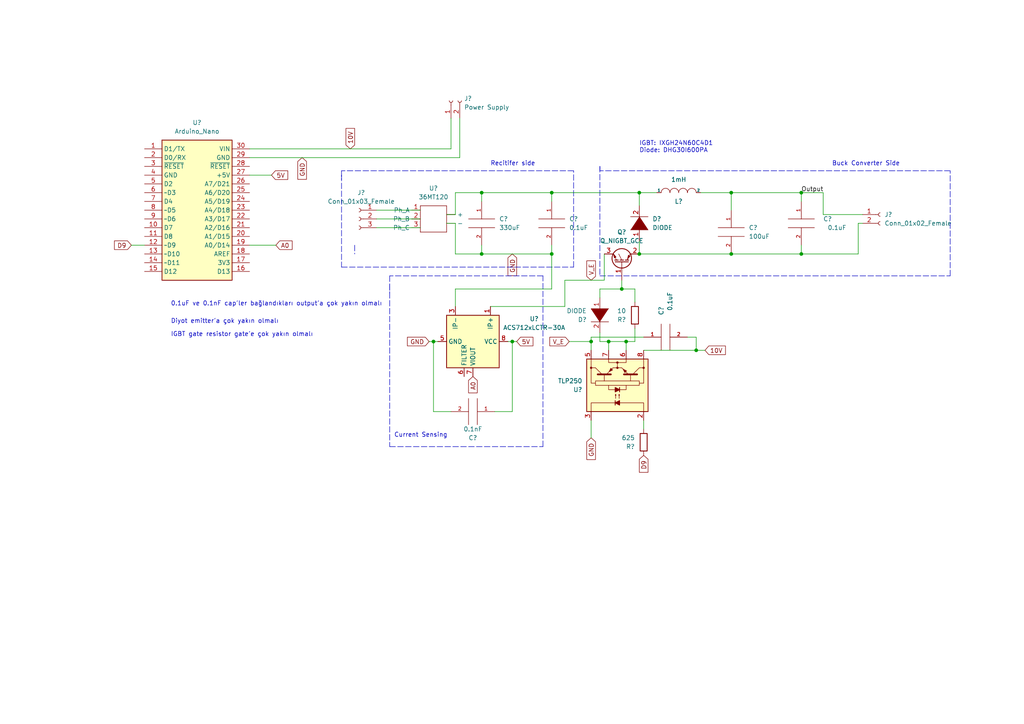
<source format=kicad_sch>
(kicad_sch (version 20211123) (generator eeschema)
  (paper "A4")
  (lib_symbols
    (symbol "Arduino:Arduino_Nano"
      (property "Reference" "U" (at -10.16 24.13 0))
      (property "Value" "Arduino_Nano" (at -10.16 22.86 0))
      (symbol "Arduino_Nano_0_1"
        (rectangle (start -10.16 20.32) (end 10.16 -20.32) (stroke (width 0.254)) (fill (type background)))
      )
      (symbol "Arduino_Nano_1_1"
        (pin bidirectional line (at -15.24 17.78 0) (length 5.08) (name "D1/TX") (number "1"))
        (pin bidirectional line (at -15.24 -5.08 0) (length 5.08) (name "D7") (number "10"))
        (pin bidirectional line (at -15.24 -7.62 0) (length 5.08) (name "D8") (number "11"))
        (pin bidirectional line (at -15.24 -10.16 0) (length 5.08) (name "~D9") (number "12"))
        (pin bidirectional line (at -15.24 -12.7 0) (length 5.08) (name "~D10") (number "13"))
        (pin bidirectional line (at -15.24 -15.24 0) (length 5.08) (name "~D11") (number "14"))
        (pin bidirectional line (at -15.24 -17.78 0) (length 5.08) (name "D12") (number "15"))
        (pin bidirectional line (at 15.24 -17.78 180) (length 5.08) (name "D13") (number "16"))
        (pin power_out line (at 15.24 -15.24 180) (length 5.08) (name "3V3") (number "17"))
        (pin input line (at 15.24 -12.7 180) (length 5.08) (name "AREF") (number "18"))
        (pin bidirectional line (at 15.24 -10.16 180) (length 5.08) (name "A0/D14") (number "19"))
        (pin bidirectional line (at -15.24 15.24 0) (length 5.08) (name "D0/RX") (number "2"))
        (pin bidirectional line (at 15.24 -7.62 180) (length 5.08) (name "A1/D15") (number "20"))
        (pin bidirectional line (at 15.24 -5.08 180) (length 5.08) (name "A2/D16") (number "21"))
        (pin bidirectional line (at 15.24 -2.54 180) (length 5.08) (name "A3/D17") (number "22"))
        (pin bidirectional line (at 15.24 0 180) (length 5.08) (name "A4/D18") (number "23"))
        (pin bidirectional line (at 15.24 2.54 180) (length 5.08) (name "A5/D19") (number "24"))
        (pin bidirectional line (at 15.24 5.08 180) (length 5.08) (name "A6/D20") (number "25"))
        (pin bidirectional line (at 15.24 7.62 180) (length 5.08) (name "A7/D21") (number "26"))
        (pin power_out line (at 15.24 10.16 180) (length 5.08) (name "+5V") (number "27"))
        (pin input line (at 15.24 12.7 180) (length 5.08) (name "~{RESET}") (number "28"))
        (pin power_in line (at 15.24 15.24 180) (length 5.08) (name "GND") (number "29"))
        (pin input line (at -15.24 12.7 0) (length 5.08) (name "~{RESET}") (number "3"))
        (pin power_in line (at 15.24 17.78 180) (length 5.08) (name "VIN") (number "30"))
        (pin power_in line (at -15.24 10.16 0) (length 5.08) (name "GND") (number "4"))
        (pin bidirectional line (at -15.24 7.62 0) (length 5.08) (name "D2") (number "5"))
        (pin bidirectional line (at -15.24 5.08 0) (length 5.08) (name "~D3") (number "6"))
        (pin bidirectional line (at -15.24 2.54 0) (length 5.08) (name "D4") (number "7"))
        (pin bidirectional line (at -15.24 0 0) (length 5.08) (name "~D5") (number "8"))
        (pin bidirectional line (at -15.24 -2.54 0) (length 5.08) (name "~D6") (number "9"))
      )
    )
    (symbol "Connector:Conn_01x02_Female" (pin_names (offset 1.016) hide)
      (property "Reference" "J" (at 0 2.54 0))
      (property "Value" "Conn_01x02_Female" (at 0 -5.08 0))
      (symbol "Conn_01x02_Female_1_1"
        (arc (start 0 -2.032) (mid -0.508 -2.54) (end 0 -3.048) (stroke (width 0.1524)))
        (polyline (pts (xy -1.27 -2.54) (xy -0.508 -2.54)) (stroke (width 0.1524)))
        (polyline (pts (xy -1.27 0) (xy -0.508 0)) (stroke (width 0.1524)))
        (arc (start 0 0.508) (mid -0.508 0) (end 0 -0.508) (stroke (width 0.1524)))
        (pin passive line (at -5.08 0 0) (length 3.81) (name "Pin_1") (number "1"))
        (pin passive line (at -5.08 -2.54 0) (length 3.81) (name "Pin_2") (number "2"))
      )
    )
    (symbol "Connector:Conn_01x03_Female" (pin_names (offset 1.016) hide)
      (property "Reference" "J" (at 0 5.08 0))
      (property "Value" "Conn_01x03_Female" (at 0 -5.08 0))
      (symbol "Conn_01x03_Female_1_1"
        (arc (start 0 -2.032) (mid -0.508 -2.54) (end 0 -3.048) (stroke (width 0.1524)))
        (polyline (pts (xy -1.27 -2.54) (xy -0.508 -2.54)) (stroke (width 0.1524)))
        (polyline (pts (xy -1.27 0) (xy -0.508 0)) (stroke (width 0.1524)))
        (polyline (pts (xy -1.27 2.54) (xy -0.508 2.54)) (stroke (width 0.1524)))
        (arc (start 0 0.508) (mid -0.508 0) (end 0 -0.508) (stroke (width 0.1524)))
        (arc (start 0 3.048) (mid -0.508 2.54) (end 0 2.032) (stroke (width 0.1524)))
        (pin passive line (at -5.08 2.54 0) (length 3.81) (name "Pin_1") (number "1"))
        (pin passive line (at -5.08 0 0) (length 3.81) (name "Pin_2") (number "2"))
        (pin passive line (at -5.08 -2.54 0) (length 3.81) (name "Pin_3") (number "3"))
      )
    )
    (symbol "Device:Q_NIGBT_GCE" (pin_names (offset 0) hide)
      (property "Reference" "Q" (at 5.08 1.27 0))
      (property "Value" "Q_NIGBT_GCE" (at 5.08 -1.27 0))
      (symbol "Q_NIGBT_GCE_0_1"
        (polyline (pts (xy 0.762 -1.016) (xy 0.762 -2.032)) (stroke (width 0.254)))
        (polyline (pts (xy 0.762 0.508) (xy 0.762 -0.508)) (stroke (width 0.254)))
        (polyline (pts (xy 0.762 2.032) (xy 0.762 1.016)) (stroke (width 0.254)))
        (polyline (pts (xy 2.54 -2.413) (xy 0.762 -1.524)))
        (polyline (pts (xy 2.54 -0.889) (xy 0.762 0)))
        (polyline (pts (xy 2.54 2.413) (xy 0.762 1.524)))
        (polyline (pts (xy 0.254 1.905) (xy 0.254 -1.905) (xy 0.254 -1.905)) (stroke (width 0.254)))
        (polyline (pts (xy 1.397 -2.159) (xy 1.651 -1.651) (xy 2.54 -2.413) (xy 1.397 -2.159)) (fill (type outline)))
        (polyline (pts (xy 2.159 1.905) (xy 1.905 2.413) (xy 1.016 1.651) (xy 2.159 1.905)) (fill (type outline)))
        (circle (center 1.27 0) (radius 2.8194) (stroke (width 0.254)))
      )
      (symbol "Q_NIGBT_GCE_1_1"
        (pin input line (at -5.08 0 0) (length 5.334) (name "G") (number "1"))
        (pin passive line (at 2.54 5.08 270) (length 2.54) (name "C") (number "2"))
        (pin passive line (at 2.54 -5.08 90) (length 2.54) (name "E") (number "3"))
      )
    )
    (symbol "Device:R" (pin_numbers hide) (pin_names (offset 0))
      (property "Reference" "R" (at 2.032 0 90))
      (property "Value" "R" (at 0 0 90))
      (symbol "R_0_1"
        (rectangle (start -1.016 -2.54) (end 1.016 2.54) (stroke (width 0.254)))
      )
      (symbol "R_1_1"
        (pin passive line (at 0 3.81 270) (length 1.27) (name "~") (number "1"))
        (pin passive line (at 0 -3.81 90) (length 1.27) (name "~") (number "2"))
      )
    )
    (symbol "Driver_FET:TLP250" (pin_names hide)
      (property "Reference" "U" (at 0 12.7 0))
      (property "Value" "TLP250" (at 0 10.16 0))
      (symbol "TLP250_0_1"
        (rectangle (start -7.62 8.89) (end 7.62 -8.89) (stroke (width 0.254)) (fill (type background)))
        (polyline (pts (xy -5.715 -0.635) (xy -4.445 -0.635)) (stroke (width 0.254)))
        (polyline (pts (xy -0.635 0.635) (xy -1.905 0.635)) (stroke (width 0.254)))
        (polyline (pts (xy 3.048 -3.81) (xy 1.27 -3.81)))
        (polyline (pts (xy 3.048 3.81) (xy 1.27 3.81)))
        (polyline (pts (xy 3.175 -4.445) (xy 5.08 -6.35)))
        (polyline (pts (xy 3.175 4.445) (xy 5.08 6.35)))
        (polyline (pts (xy 5.08 -6.35) (xy 5.08 -7.62)))
        (polyline (pts (xy 5.08 -1.27) (xy 3.175 -3.175)) (fill (type outline)))
        (polyline (pts (xy 5.08 0) (xy 6.604 0)))
        (polyline (pts (xy 5.08 1.27) (xy 3.175 3.175)) (fill (type outline)))
        (polyline (pts (xy 5.08 6.35) (xy 5.08 7.62)))
        (polyline (pts (xy 7.62 7.62) (xy 0.635 7.62)))
        (polyline (pts (xy -1.27 -0.635) (xy -1.27 -2.54) (xy 0 -2.54)))
        (polyline (pts (xy -1.27 0.635) (xy -1.27 2.54) (xy 0 2.54)))
        (polyline (pts (xy 0.635 -6.35) (xy 0.635 -7.62) (xy 7.62 -7.62)))
        (polyline (pts (xy 3.175 -5.715) (xy 3.175 -1.905) (xy 3.175 -1.905)) (stroke (width 0.508)))
        (polyline (pts (xy 3.175 5.715) (xy 3.175 1.905) (xy 3.175 1.905)) (stroke (width 0.508)))
        (polyline (pts (xy -7.62 7.62) (xy -5.08 7.62) (xy -5.08 -7.62) (xy -7.62 -7.62)))
        (polyline (pts (xy -5.08 -0.635) (xy -5.715 0.635) (xy -4.445 0.635) (xy -5.08 -0.635)) (stroke (width 0.254)) (fill (type outline)))
        (polyline (pts (xy -1.27 0.635) (xy -0.635 -0.635) (xy -1.905 -0.635) (xy -1.27 0.635)) (stroke (width 0.254)) (fill (type outline)))
        (polyline (pts (xy 7.62 2.54) (xy 6.604 2.54) (xy 6.604 -2.54) (xy 7.62 -2.54)))
        (polyline (pts (xy -3.81 -0.508) (xy -2.54 -0.508) (xy -2.921 -0.635) (xy -2.921 -0.381) (xy -2.54 -0.508)))
        (polyline (pts (xy -3.81 0.508) (xy -2.54 0.508) (xy -2.921 0.381) (xy -2.921 0.635) (xy -2.54 0.508)))
        (polyline (pts (xy 1.27 6.35) (xy 1.27 -6.35) (xy 0 -6.35) (xy 0 6.35) (xy 1.27 6.35)))
        (polyline (pts (xy 3.683 2.159) (xy 4.191 2.667) (xy 4.699 1.651) (xy 3.683 2.159) (xy 3.683 2.159)) (fill (type outline)))
        (polyline (pts (xy 4.953 -1.905) (xy 4.445 -1.397) (xy 3.937 -2.413) (xy 4.953 -1.905) (xy 4.953 -1.905)) (fill (type outline)))
        (rectangle (start 0.635 6.35) (end 0.635 6.35))
        (rectangle (start 0.635 6.35) (end 0.635 7.62))
        (circle (center 5.08 -7.62) (radius 0.254) (fill (type outline)))
        (circle (center 5.08 0) (radius 0.254) (fill (type outline)))
        (rectangle (start 5.08 1.27) (end 5.08 -1.27))
        (circle (center 5.08 7.62) (radius 0.254) (fill (type outline)))
        (circle (center 6.604 0) (radius 0.254) (fill (type outline)))
      )
      (symbol "TLP250_1_1"
        (pin no_connect line (at -7.62 2.54 0) (length 2.54) hide (name "NC") (number "1"))
        (pin passive line (at -10.16 7.62 0) (length 2.54) (name "A") (number "2"))
        (pin passive line (at -10.16 -7.62 0) (length 2.54) (name "C") (number "3"))
        (pin no_connect line (at -7.62 -2.54 0) (length 2.54) hide (name "NC") (number "4"))
        (pin power_in line (at 10.16 -7.62 180) (length 2.54) (name "VEE") (number "5"))
        (pin output line (at 10.16 2.54 180) (length 2.54) (name "VO") (number "6"))
        (pin output line (at 10.16 -2.54 180) (length 2.54) (name "VO") (number "7"))
        (pin power_in line (at 10.16 7.62 180) (length 2.54) (name "VCC") (number "8"))
      )
    )
    (symbol "Sensor_Current:ACS712xLCTR-30A"
      (property "Reference" "U" (at 2.54 11.43 0))
      (property "Value" "ACS712xLCTR-30A" (at 2.54 8.89 0))
      (symbol "ACS712xLCTR-30A_0_1"
        (rectangle (start -7.62 7.62) (end 7.62 -7.62) (stroke (width 0.254)) (fill (type background)))
      )
      (symbol "ACS712xLCTR-30A_1_1"
        (pin passive line (at -10.16 5.08 0) (length 2.54) (name "IP+") (number "1"))
        (pin passive line (at -10.16 5.08 0) (length 2.54) hide (name "IP+") (number "2"))
        (pin passive line (at -10.16 -5.08 0) (length 2.54) (name "IP-") (number "3"))
        (pin passive line (at -10.16 -5.08 0) (length 2.54) hide (name "IP-") (number "4"))
        (pin power_in line (at 0 -10.16 90) (length 2.54) (name "GND") (number "5"))
        (pin passive line (at 10.16 -2.54 180) (length 2.54) (name "FILTER") (number "6"))
        (pin output line (at 10.16 0 180) (length 2.54) (name "VIOUT") (number "7"))
        (pin power_in line (at 0 10.16 270) (length 2.54) (name "VCC") (number "8"))
      )
    )
    (symbol "ee463:36MT120"
      (property "Reference" "U" (at 0 7.62 0))
      (property "Value" "36MT120" (at 0 5.08 0))
      (symbol "36MT120_0_1"
        (rectangle (start -3.81 -3.81) (end 3.81 -3.81))
        (rectangle (start -3.81 3.81) (end -3.81 -3.81))
        (rectangle (start -3.81 3.81) (end 3.81 3.81))
        (rectangle (start 3.81 3.81) (end 3.81 -3.81))
      )
      (symbol "36MT120_1_1"
        (pin output line (at 3.81 1.27 0) (length 2.54) (name "+") (number ""))
        (pin output line (at 3.81 -1.27 0) (length 2.54) (name "-") (number ""))
        (pin input line (at -3.81 2.54 180) (length 2.54) (name "Ph_A") (number "1"))
        (pin input line (at -3.81 0 180) (length 2.54) (name "Ph_B") (number "2"))
        (pin input line (at -3.81 -2.54 180) (length 2.54) (name "Ph_C") (number "3"))
      )
    )
    (symbol "pspice:CAP" (pin_names (offset 0.254))
      (property "Reference" "C" (at 2.54 3.81 90))
      (property "Value" "CAP" (at 2.54 -3.81 90))
      (symbol "CAP_0_1"
        (polyline (pts (xy -3.81 -1.27) (xy 3.81 -1.27)))
        (polyline (pts (xy -3.81 1.27) (xy 3.81 1.27)))
      )
      (symbol "CAP_1_1"
        (pin passive line (at 0 6.35 270) (length 5.08) (name "~") (number "1"))
        (pin passive line (at 0 -6.35 90) (length 5.08) (name "~") (number "2"))
      )
    )
    (symbol "pspice:DIODE" (pin_names (offset 1.016) hide)
      (property "Reference" "D" (at 0 3.81 0))
      (property "Value" "DIODE" (at 0 -4.445 0))
      (symbol "DIODE_0_1"
        (polyline (pts (xy 1.905 2.54) (xy 1.905 -2.54)))
        (polyline (pts (xy -1.905 2.54) (xy -1.905 -2.54) (xy 1.905 0)) (fill (type outline)))
      )
      (symbol "DIODE_1_1"
        (pin input line (at -5.08 0 0) (length 3.81) (name "K") (number "1"))
        (pin input line (at 5.08 0 180) (length 3.81) (name "A") (number "2"))
      )
    )
    (symbol "pspice:INDUCTOR" (pin_numbers hide) (pin_names (offset 0))
      (property "Reference" "L" (at 0 2.54 0))
      (property "Value" "INDUCTOR" (at 0 -1.27 0))
      (symbol "INDUCTOR_0_1"
        (arc (start -2.54 0) (mid -3.81 1.27) (end -5.08 0))
        (arc (start 0 0) (mid -1.27 1.27) (end -2.54 0))
        (arc (start 2.54 0) (mid 1.27 1.27) (end 0 0))
        (arc (start 5.08 0) (mid 3.81 1.27) (end 2.54 0))
      )
      (symbol "INDUCTOR_1_1"
        (pin input line (at -6.35 0 0) (length 1.27) (name "1") (number "1"))
        (pin input line (at 6.35 0 180) (length 1.27) (name "2") (number "2"))
      )
    )
  )
  (junction (at 160.02 73.66))
  (junction (at 212.09 55.88))
  (junction (at 160.02 55.88))
  (junction (at 232.41 55.88))
  (junction (at 180.34 83.82))
  (junction (at 212.09 73.66))
  (junction (at 171.45 99.06))
  (junction (at 176.53 99.06))
  (junction (at 125.73 99.06))
  (junction (at 201.93 101.6))
  (junction (at 181.61 99.06))
  (junction (at 139.7 73.66))
  (junction (at 148.59 99.06))
  (junction (at 139.7 55.88))
  (junction (at 185.42 73.66))
  (junction (at 232.41 73.66))
  (junction (at 185.42 55.88))
  (wire (pts (xy 130.81 119.38) (xy 125.73 119.38)))
  (wire (pts (xy 129.54 64.77) (xy 132.08 64.77)))
  (wire (pts (xy 148.59 99.06) (xy 149.86 99.06)))
  (wire (pts (xy 232.41 73.66) (xy 248.92 73.66)))
  (wire (pts (xy 139.7 71.12) (xy 139.7 73.66)))
  (wire (pts (xy 38.1 71.12) (xy 41.91 71.12)))
  (polyline (pts (xy 275.59 80.01) (xy 275.59 49.53)))
  (wire (pts (xy 180.34 83.82) (xy 184.15 83.82)))
  (wire (pts (xy 147.32 99.06) (xy 148.59 99.06)))
  (polyline (pts (xy 173.99 49.53) (xy 173.99 48.26)))
  (polyline (pts (xy 113.03 82.55) (xy 113.03 129.54)))
  (wire (pts (xy 125.73 99.06) (xy 127 99.06)))
  (wire (pts (xy 232.41 55.88) (xy 232.41 58.42)))
  (wire (pts (xy 175.26 73.66) (xy 175.26 81.28)))
  (wire (pts (xy 132.08 62.23) (xy 132.08 55.88)))
  (wire (pts (xy 142.24 88.9) (xy 163.83 88.9)))
  (polyline (pts (xy 113.03 80.01) (xy 113.03 85.09)))
  (wire (pts (xy 232.41 55.88) (xy 238.76 55.88)))
  (wire (pts (xy 132.08 73.66) (xy 139.7 73.66)))
  (wire (pts (xy 203.2 55.88) (xy 212.09 55.88)))
  (wire (pts (xy 163.83 81.28) (xy 175.26 81.28)))
  (wire (pts (xy 132.08 88.9) (xy 132.08 83.82)))
  (polyline (pts (xy 157.48 80.01) (xy 113.03 80.01)))
  (wire (pts (xy 129.54 62.23) (xy 132.08 62.23)))
  (wire (pts (xy 139.7 55.88) (xy 160.02 55.88)))
  (wire (pts (xy 181.61 99.06) (xy 181.61 101.6)))
  (wire (pts (xy 109.22 66.04) (xy 121.92 66.04)))
  (wire (pts (xy 130.81 34.29) (xy 130.81 43.18)))
  (wire (pts (xy 186.69 101.6) (xy 201.93 101.6)))
  (wire (pts (xy 72.39 43.18) (xy 130.81 43.18)))
  (polyline (pts (xy 166.37 49.53) (xy 99.06 49.53)))
  (wire (pts (xy 132.08 64.77) (xy 132.08 73.66)))
  (wire (pts (xy 212.09 55.88) (xy 212.09 60.96)))
  (wire (pts (xy 184.15 95.25) (xy 184.15 99.06)))
  (wire (pts (xy 238.76 62.23) (xy 250.19 62.23)))
  (wire (pts (xy 185.42 73.66) (xy 212.09 73.66)))
  (wire (pts (xy 163.83 88.9) (xy 163.83 81.28)))
  (wire (pts (xy 180.34 81.28) (xy 180.34 83.82)))
  (wire (pts (xy 176.53 99.06) (xy 176.53 101.6)))
  (wire (pts (xy 132.08 83.82) (xy 160.02 83.82)))
  (wire (pts (xy 186.69 124.46) (xy 186.69 121.92)))
  (wire (pts (xy 160.02 55.88) (xy 185.42 55.88)))
  (wire (pts (xy 171.45 127) (xy 171.45 121.92)))
  (wire (pts (xy 173.99 86.36) (xy 173.99 83.82)))
  (wire (pts (xy 148.59 99.06) (xy 148.59 119.38)))
  (wire (pts (xy 72.39 71.12) (xy 80.01 71.12)))
  (wire (pts (xy 232.41 71.12) (xy 232.41 73.66)))
  (polyline (pts (xy 275.59 49.53) (xy 173.99 49.53)))
  (wire (pts (xy 199.39 97.79) (xy 201.93 97.79)))
  (wire (pts (xy 238.76 55.88) (xy 238.76 62.23)))
  (wire (pts (xy 248.92 64.77) (xy 248.92 73.66)))
  (wire (pts (xy 124.46 99.06) (xy 125.73 99.06)))
  (wire (pts (xy 173.99 96.52) (xy 173.99 99.06)))
  (wire (pts (xy 139.7 55.88) (xy 139.7 58.42)))
  (wire (pts (xy 72.39 45.72) (xy 133.35 45.72)))
  (wire (pts (xy 201.93 101.6) (xy 204.47 101.6)))
  (wire (pts (xy 171.45 97.79) (xy 171.45 99.06)))
  (wire (pts (xy 184.15 87.63) (xy 184.15 83.82)))
  (wire (pts (xy 125.73 99.06) (xy 125.73 119.38)))
  (wire (pts (xy 176.53 99.06) (xy 173.99 99.06)))
  (wire (pts (xy 185.42 69.85) (xy 185.42 73.66)))
  (wire (pts (xy 72.39 50.8) (xy 78.74 50.8)))
  (wire (pts (xy 185.42 55.88) (xy 185.42 59.69)))
  (wire (pts (xy 201.93 97.79) (xy 201.93 101.6)))
  (polyline (pts (xy 113.03 129.54) (xy 157.48 129.54)))
  (polyline (pts (xy 99.06 77.47) (xy 166.37 77.47)))
  (wire (pts (xy 212.09 55.88) (xy 232.41 55.88)))
  (wire (pts (xy 109.22 63.5) (xy 121.92 63.5)))
  (wire (pts (xy 184.15 99.06) (xy 181.61 99.06)))
  (polyline (pts (xy 166.37 77.47) (xy 166.37 49.53)))
  (wire (pts (xy 160.02 73.66) (xy 160.02 83.82)))
  (polyline (pts (xy 99.06 50.8) (xy 99.06 77.47)))
  (wire (pts (xy 143.51 119.38) (xy 148.59 119.38)))
  (wire (pts (xy 160.02 71.12) (xy 160.02 73.66)))
  (polyline (pts (xy 157.48 129.54) (xy 157.48 80.01)))
  (polyline (pts (xy 173.99 80.01) (xy 275.59 80.01)))
  (wire (pts (xy 248.92 64.77) (xy 250.19 64.77)))
  (wire (pts (xy 181.61 99.06) (xy 176.53 99.06)))
  (wire (pts (xy 139.7 73.66) (xy 160.02 73.66)))
  (wire (pts (xy 165.1 99.06) (xy 171.45 99.06)))
  (polyline (pts (xy 102.87 71.12) (xy 102.87 73.66)))
  (wire (pts (xy 171.45 97.79) (xy 186.69 97.79)))
  (wire (pts (xy 160.02 55.88) (xy 160.02 58.42)))
  (wire (pts (xy 185.42 55.88) (xy 190.5 55.88)))
  (wire (pts (xy 212.09 73.66) (xy 232.41 73.66)))
  (wire (pts (xy 109.22 60.96) (xy 121.92 60.96)))
  (wire (pts (xy 133.35 34.29) (xy 133.35 45.72)))
  (polyline (pts (xy 173.99 48.26) (xy 173.99 80.01)))
  (polyline (pts (xy 99.06 49.53) (xy 99.06 52.07)))
  (wire (pts (xy 171.45 101.6) (xy 171.45 99.06)))
  (wire (pts (xy 132.08 55.88) (xy 139.7 55.88)))
  (wire (pts (xy 173.99 83.82) (xy 180.34 83.82)))
  (text "0.1uF ve 0.1nF cap'ler bağlandıkları output'a çok yakın olmalı" (at 49.53 88.9 0) (effects (font (size 1.27 1.27)) (justify left bottom)))
  (text "Buck Converter Side" (at 241.3 48.26 0) (effects (font (size 1.27 1.27)) (justify left bottom)))
  (text "IGBT gate resistor gate'e çok yakın olmalı" (at 49.53 97.79 0) (effects (font (size 1.27 1.27)) (justify left bottom)))
  (text "Current Sensing" (at 114.3 127 0) (effects (font (size 1.27 1.27)) (justify left bottom)))
  (text "IGBT: IXGH24N60C4D1\nDiode: DHG30I600PA" (at 185.42 44.45 0) (effects (font (size 1.27 1.27)) (justify left bottom)))
  (text "Diyot emitter'a çok yakın olmalı" (at 49.53 93.98 0) (effects (font (size 1.27 1.27)) (justify left bottom)))
  (text "Recitifer side" (at 142.24 48.26 0) (effects (font (size 1.27 1.27)) (justify left bottom)))
  (label "Output" (at 232.41 55.88 0))
  (global_label "D9" (shape input) (at 38.1 71.12 180) (property "Intersheet References" "${INTERSHEET_REFS}" (effects hide)))
  (global_label "GND" (shape input) (at 148.59 73.66 270) (property "Intersheet References" "${INTERSHEET_REFS}" (effects hide)))
  (global_label "GND" (shape input) (at 171.45 127 270) (property "Intersheet References" "${INTERSHEET_REFS}" (effects hide)))
  (global_label "5V" (shape input) (at 78.74 50.8 0) (property "Intersheet References" "${INTERSHEET_REFS}" (effects hide)))
  (global_label "10V" (shape input) (at 204.47 101.6 0) (property "Intersheet References" "${INTERSHEET_REFS}" (effects hide)))
  (global_label "D9" (shape input) (at 186.69 132.08 270) (property "Intersheet References" "${INTERSHEET_REFS}" (effects hide)))
  (global_label "5V" (shape input) (at 149.86 99.06 0) (property "Intersheet References" "${INTERSHEET_REFS}" (effects hide)))
  (global_label "A0" (shape input) (at 137.16 109.22 270) (property "Intersheet References" "${INTERSHEET_REFS}" (effects hide)))
  (global_label "V_E" (shape input) (at 171.45 81.28 90) (property "Intersheet References" "${INTERSHEET_REFS}" (effects hide)))
  (global_label "GND" (shape input) (at 124.46 99.06 180) (property "Intersheet References" "${INTERSHEET_REFS}" (effects hide)))
  (global_label "10V" (shape input) (at 101.6 43.18 90) (property "Intersheet References" "${INTERSHEET_REFS}" (effects hide)))
  (global_label "GND" (shape input) (at 87.63 45.72 270) (property "Intersheet References" "${INTERSHEET_REFS}" (effects hide)))
  (global_label "V_E" (shape input) (at 165.1 99.06 180) (property "Intersheet References" "${INTERSHEET_REFS}" (effects hide)))
  (global_label "A0" (shape input) (at 80.01 71.12 0) (property "Intersheet References" "${INTERSHEET_REFS}" (effects hide)))
  (symbol (lib_id "Driver_FET:TLP250") (at 179.07 111.76 270) (mirror x) (unit 1)
    (property "Reference" "U?" (at 168.91 113.0301 90) (effects (justify right)))
    (property "Value" "TLP250" (at 168.91 110.4901 90) (effects (justify right)))
    (property "Footprint" "Package_DIP:DIP-8_W7.62mm" (effects hide))
    (property "Datasheet" "http://toshiba.semicon-storage.com/info/docget.jsp?did=16821&prodName=TLP250" (effects hide))
  )
  (symbol (lib_id "pspice:CAP") (at 139.7 64.77 0) (unit 1)
    (property "Reference" "C?" (at 144.78 63.4999 0) (effects (justify left)))
    (property "Value" "330uF" (at 144.78 66.0399 0) (effects (justify left)))
  )
  (symbol (lib_id "Device:Q_NIGBT_GCE") (at 180.34 76.2 270) (mirror x) (unit 1)
    (property "Reference" "Q?" (at 180.34 67.31 90))
    (property "Value" "Q_NIGBT_GCE" (at 180.34 69.85 90))
  )
  (symbol (lib_id "Device:R") (at 186.69 128.27 0) (unit 1)
    (property "Reference" "R?" (at 184.15 129.5401 0) (effects (justify right)))
    (property "Value" "625" (at 184.15 127.0001 0) (effects (justify right)))
  )
  (symbol (lib_id "pspice:INDUCTOR") (at 196.85 55.88 0) (unit 1)
    (property "Reference" "L?" (at 196.85 58.42 0))
    (property "Value" "1mH" (at 196.85 52.07 0))
  )
  (symbol (lib_id "Arduino:Arduino_Nano") (at 57.15 60.96 0) (unit 1)
    (property "Reference" "U?" (at 57.15 35.56 0))
    (property "Value" "Arduino_Nano" (at 57.15 38.1 0))
    (property "Footprint" "Arduino:Arduino_Nano" (effects hide))
    (property "Datasheet" "https://store.arduino.cc/usa/arduino-nano" (effects hide))
  )
  (symbol (lib_id "pspice:CAP") (at 212.09 67.31 0) (unit 1)
    (property "Reference" "C?" (at 217.17 66.0399 0) (effects (justify left)))
    (property "Value" "100uF" (at 217.17 68.58 0) (effects (justify left)))
  )
  (symbol (lib_id "Connector:Conn_01x03_Female") (at 104.14 63.5 0) (mirror y) (unit 1)
    (property "Reference" "J?" (at 104.775 55.88 0))
    (property "Value" "Conn_01x03_Female" (at 104.775 58.42 0))
  )
  (symbol (lib_id "pspice:CAP") (at 232.41 64.77 0) (unit 1)
    (property "Reference" "C?" (at 238.76 63.5 0) (effects (justify left)))
    (property "Value" "0.1uF" (at 240.03 66.04 0) (effects (justify left)))
  )
  (symbol (lib_id "Device:R") (at 184.15 91.44 180) (unit 1)
    (property "Reference" "R?" (at 181.61 92.7101 0) (effects (justify left)))
    (property "Value" "10" (at 181.61 90.1701 0) (effects (justify left)))
  )
  (symbol (lib_id "Connector:Conn_01x02_Female") (at 130.81 29.21 90) (unit 1)
    (property "Reference" "J?" (at 134.62 28.5749 90) (effects (justify right)))
    (property "Value" "Power Supply" (at 134.62 31.1149 90) (effects (justify right)))
  )
  (symbol (lib_id "pspice:CAP") (at 137.16 119.38 270) (unit 1)
    (property "Reference" "C?" (at 137.16 127 90))
    (property "Value" "0.1nF" (at 137.16 124.46 90))
  )
  (symbol (lib_id "Sensor_Current:ACS712xLCTR-30A") (at 137.16 99.06 270) (unit 1)
    (property "Reference" "U?" (at 154.94 92.4812 90))
    (property "Value" "ACS712xLCTR-30A" (at 154.94 95.0212 90))
    (property "Footprint" "Package_SO:SOIC-8_3.9x4.9mm_P1.27mm" (effects hide))
    (property "Datasheet" "http://www.allegromicro.com/~/media/Files/Datasheets/ACS712-Datasheet.ashx?la=en" (effects hide))
  )
  (symbol (lib_id "pspice:CAP") (at 160.02 64.77 0) (unit 1)
    (property "Reference" "C?" (at 165.1 63.4999 0) (effects (justify left)))
    (property "Value" "0.1uF" (at 165.1 66.0399 0) (effects (justify left)))
  )
  (symbol (lib_id "pspice:CAP") (at 193.04 97.79 90) (unit 1)
    (property "Reference" "C?" (at 191.77 91.44 0) (effects (justify left)))
    (property "Value" "0.1uF" (at 194.31 90.17 0) (effects (justify left)))
  )
  (symbol (lib_id "pspice:DIODE") (at 173.99 91.44 270) (unit 1)
    (property "Reference" "D?" (at 170.18 92.7101 90) (effects (justify right)))
    (property "Value" "DIODE" (at 170.18 90.1701 90) (effects (justify right)))
  )
  (symbol (lib_id "ee463:36MT120") (at 125.73 63.5 0) (unit 1)
    (property "Reference" "U?" (at 125.73 54.61 0))
    (property "Value" "36MT120" (at 125.73 57.15 0))
  )
  (symbol (lib_id "pspice:DIODE") (at 185.42 64.77 90) (unit 1)
    (property "Reference" "D?" (at 189.23 63.4999 90) (effects (justify right)))
    (property "Value" "DIODE" (at 189.23 66.0399 90) (effects (justify right)))
  )
  (symbol (lib_id "Connector:Conn_01x02_Female") (at 255.27 62.23 0) (unit 1)
    (property "Reference" "J?" (at 256.54 62.2299 0) (effects (justify left)))
    (property "Value" "Conn_01x02_Female" (at 256.54 64.7699 0) (effects (justify left)))
  )
)
</source>
